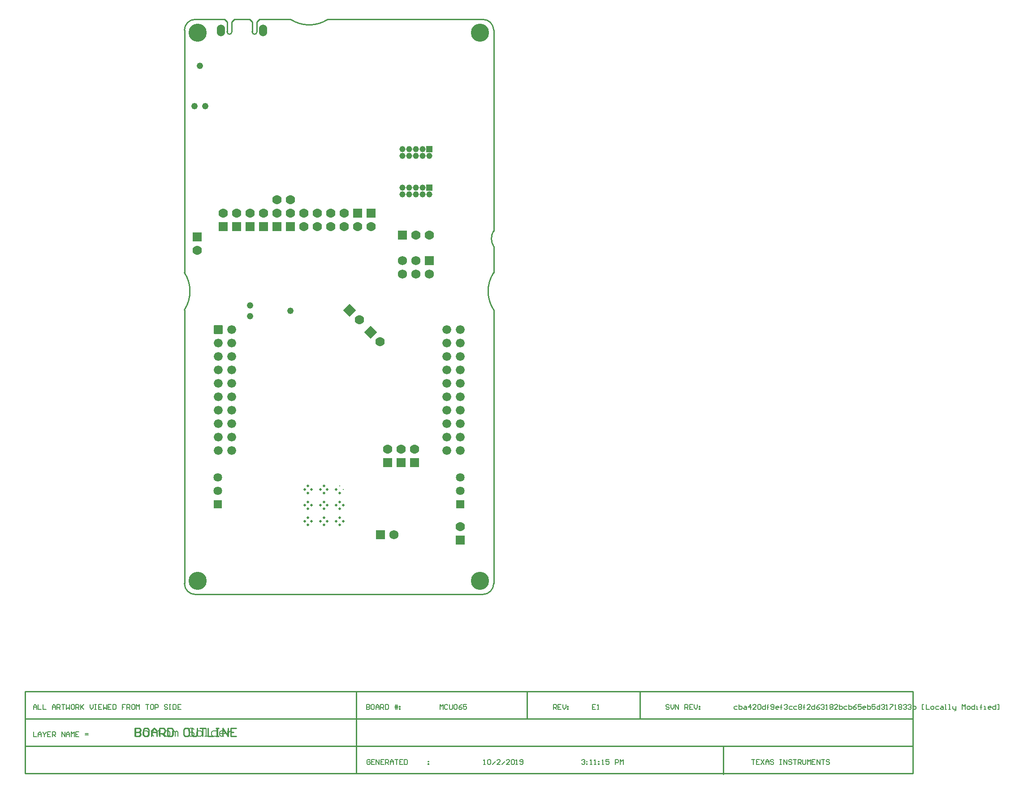
<source format=gbs>
G04*
G04 #@! TF.GenerationSoftware,Altium Limited,Altium Designer,18.1.9 (240)*
G04*
G04 Layer_Color=16711935*
%FSLAX25Y25*%
%MOIN*%
G70*
G01*
G75*
%ADD15C,0.01000*%
%ADD16C,0.00800*%
%ADD19C,0.00600*%
%ADD22C,0.00394*%
%ADD97C,0.12611*%
%ADD98R,0.06996X0.06996*%
%ADD99C,0.06996*%
%ADD100R,0.06406X0.06406*%
%ADD101C,0.06406*%
%ADD102C,0.06602*%
G04:AMPARAMS|DCode=103|XSize=66.02mil|YSize=66.02mil|CornerRadius=4.33mil|HoleSize=0mil|Usage=FLASHONLY|Rotation=270.000|XOffset=0mil|YOffset=0mil|HoleType=Round|Shape=RoundedRectangle|*
%AMROUNDEDRECTD103*
21,1,0.06602,0.05736,0,0,270.0*
21,1,0.05736,0.06602,0,0,270.0*
1,1,0.00866,-0.02868,-0.02868*
1,1,0.00866,-0.02868,0.02868*
1,1,0.00866,0.02868,0.02868*
1,1,0.00866,0.02868,-0.02868*
%
%ADD103ROUNDEDRECTD103*%
G04:AMPARAMS|DCode=104|XSize=69.96mil|YSize=69.96mil|CornerRadius=10.62mil|HoleSize=0mil|Usage=FLASHONLY|Rotation=180.000|XOffset=0mil|YOffset=0mil|HoleType=Round|Shape=RoundedRectangle|*
%AMROUNDEDRECTD104*
21,1,0.06996,0.04872,0,0,180.0*
21,1,0.04872,0.06996,0,0,180.0*
1,1,0.02124,-0.02436,0.02436*
1,1,0.02124,0.02436,0.02436*
1,1,0.02124,0.02436,-0.02436*
1,1,0.02124,-0.02436,-0.02436*
%
%ADD104ROUNDEDRECTD104*%
%ADD106P,0.09894X4X360.0*%
%ADD107C,0.06799*%
%ADD108R,0.06799X0.06799*%
%ADD109C,0.04900*%
%ADD110R,0.04634X0.04634*%
%ADD111C,0.04634*%
%ADD112R,0.06996X0.06996*%
G04:AMPARAMS|DCode=113|XSize=87.68mil|YSize=60.12mil|CornerRadius=30.06mil|HoleSize=0mil|Usage=FLASHONLY|Rotation=270.000|XOffset=0mil|YOffset=0mil|HoleType=Round|Shape=RoundedRectangle|*
%AMROUNDEDRECTD113*
21,1,0.08768,0.00000,0,0,270.0*
21,1,0.02756,0.06012,0,0,270.0*
1,1,0.06012,0.00000,-0.01378*
1,1,0.06012,0.00000,0.01378*
1,1,0.06012,0.00000,0.01378*
1,1,0.06012,0.00000,-0.01378*
%
%ADD113ROUNDEDRECTD113*%
%ADD114C,0.13500*%
%ADD115C,0.01968*%
%ADD116C,0.00787*%
G54D15*
X220070Y260500D02*
G03*
X220072Y248982I9138J-5757D01*
G01*
X-9921Y201726D02*
G03*
X-9921Y229445I-21324J13859D01*
G01*
X220079Y229445D02*
G03*
X220079Y201726I21324J-13859D01*
G01*
X212079Y-10074D02*
G03*
X220079Y-2074I0J8000D01*
G01*
Y409926D02*
G03*
X212079Y417926I-8000J0D01*
G01*
X-1921D02*
G03*
X-9921Y409926I0J-8000D01*
G01*
Y-2074D02*
G03*
X-1921Y-10074I8000J0D01*
G01*
X21757Y408674D02*
G03*
X25300Y408674I1772J0D01*
G01*
X40457D02*
G03*
X44001Y408674I1772J0D01*
G01*
X69013Y417926D02*
G03*
X96731Y417926I13859J21324D01*
G01*
X220072Y248982D02*
X220079Y229445D01*
X-9921Y229445D02*
Y409926D01*
X220079Y-2074D02*
Y201726D01*
X-9921Y-2074D02*
Y201726D01*
X-1921Y-10074D02*
X212079D01*
X220070Y260500D02*
X220079Y409926D01*
X44001Y408674D02*
Y415958D01*
X40457Y408674D02*
Y415958D01*
X25300Y408674D02*
Y415958D01*
X19788Y417926D02*
X21757Y415958D01*
Y408674D02*
Y415958D01*
X25300D02*
X27268Y417926D01*
X38489D02*
X40457Y415958D01*
X44001D02*
X45969Y417926D01*
X-1921Y417926D02*
X19788D01*
X27268D02*
X38489D01*
X45969D02*
X69013D01*
X96731D02*
X212079D01*
X-46374Y-109655D02*
Y-115653D01*
X-43375D01*
X-42375Y-114653D01*
Y-113654D01*
X-43375Y-112654D01*
X-46374D01*
X-43375D01*
X-42375Y-111654D01*
Y-110654D01*
X-43375Y-109655D01*
X-46374D01*
X-37376D02*
X-39376D01*
X-40376Y-110654D01*
Y-114653D01*
X-39376Y-115653D01*
X-37376D01*
X-36377Y-114653D01*
Y-110654D01*
X-37376Y-109655D01*
X-34378Y-115653D02*
Y-111654D01*
X-32378Y-109655D01*
X-30379Y-111654D01*
Y-115653D01*
Y-112654D01*
X-34378D01*
X-28379Y-115653D02*
Y-109655D01*
X-25380D01*
X-24381Y-110654D01*
Y-112654D01*
X-25380Y-113654D01*
X-28379D01*
X-26380D02*
X-24381Y-115653D01*
X-22381Y-109655D02*
Y-115653D01*
X-19382D01*
X-18383Y-114653D01*
Y-110654D01*
X-19382Y-109655D01*
X-22381D01*
X-7386D02*
X-9386D01*
X-10385Y-110654D01*
Y-114653D01*
X-9386Y-115653D01*
X-7386D01*
X-6386Y-114653D01*
Y-110654D01*
X-7386Y-109655D01*
X-4387D02*
Y-114653D01*
X-3387Y-115653D01*
X-1388D01*
X-389Y-114653D01*
Y-109655D01*
X1611D02*
X5610D01*
X3610D01*
Y-115653D01*
X7609Y-109655D02*
Y-115653D01*
X11608D01*
X13607Y-109655D02*
X15606D01*
X14607D01*
Y-115653D01*
X13607D01*
X15606D01*
X18605D02*
Y-109655D01*
X22604Y-115653D01*
Y-109655D01*
X28602D02*
X24603D01*
Y-115653D01*
X28602D01*
X24603Y-112654D02*
X26603D01*
X328726Y-102760D02*
Y-82427D01*
X244725Y-102760D02*
Y-82427D01*
X-128474Y-102760D02*
X531726D01*
X-128474Y-123094D02*
X531526D01*
X-128474Y-143427D02*
X272025D01*
X-128425Y-82427D02*
X531726D01*
X-128425Y-143427D02*
Y-82427D01*
Y-143427D02*
X29125D01*
X-128474D02*
Y-82427D01*
X118026Y-143427D02*
Y-82427D01*
X531726Y-143427D02*
Y-82427D01*
X272025Y-143427D02*
X531726D01*
X390926Y-144077D02*
Y-123794D01*
G54D16*
X-46721Y-109623D02*
Y-115621D01*
X-43722D01*
X-42723Y-114621D01*
Y-113622D01*
X-43722Y-112622D01*
X-46721D01*
X-43722D01*
X-42723Y-111622D01*
Y-110623D01*
X-43722Y-109623D01*
X-46721D01*
X-39724Y-115621D02*
X-37724D01*
X-36724Y-114621D01*
Y-112622D01*
X-37724Y-111622D01*
X-39724D01*
X-40723Y-112622D01*
Y-114621D01*
X-39724Y-115621D01*
X-33726Y-110623D02*
Y-111622D01*
X-34725D01*
X-32726D01*
X-33726D01*
Y-114621D01*
X-32726Y-115621D01*
X-28727Y-110623D02*
Y-111622D01*
X-29727D01*
X-27727D01*
X-28727D01*
Y-114621D01*
X-27727Y-115621D01*
X-23729D02*
X-21729D01*
X-20730Y-114621D01*
Y-112622D01*
X-21729Y-111622D01*
X-23729D01*
X-24728Y-112622D01*
Y-114621D01*
X-23729Y-115621D01*
X-18730D02*
Y-111622D01*
X-17731D01*
X-16731Y-112622D01*
Y-115621D01*
Y-112622D01*
X-15731Y-111622D01*
X-14732Y-112622D01*
Y-115621D01*
X-2736Y-110623D02*
X-3735Y-109623D01*
X-5734D01*
X-6734Y-110623D01*
Y-111622D01*
X-5734Y-112622D01*
X-3735D01*
X-2736Y-113622D01*
Y-114621D01*
X-3735Y-115621D01*
X-5734D01*
X-6734Y-114621D01*
X264Y-115621D02*
X2263D01*
X3263Y-114621D01*
Y-112622D01*
X2263Y-111622D01*
X264D01*
X-736Y-112622D01*
Y-114621D01*
X264Y-115621D01*
X5262D02*
X7261D01*
X6262D01*
Y-109623D01*
X5262D01*
X14259D02*
Y-115621D01*
X11260D01*
X10260Y-114621D01*
Y-112622D01*
X11260Y-111622D01*
X14259D01*
X19257Y-115621D02*
X17258D01*
X16258Y-114621D01*
Y-112622D01*
X17258Y-111622D01*
X19257D01*
X20257Y-112622D01*
Y-113622D01*
X16258D01*
X22256Y-111622D02*
Y-115621D01*
Y-113622D01*
X23256Y-112622D01*
X24256Y-111622D01*
X25255D01*
G54D19*
X401258Y-93311D02*
X399509D01*
X398925Y-93894D01*
Y-95061D01*
X399509Y-95644D01*
X401258D01*
X402424Y-92145D02*
Y-95644D01*
X404174D01*
X404757Y-95061D01*
Y-94477D01*
Y-93894D01*
X404174Y-93311D01*
X402424D01*
X406506D02*
X407673D01*
X408256Y-93894D01*
Y-95644D01*
X406506D01*
X405923Y-95061D01*
X406506Y-94477D01*
X408256D01*
X411171Y-95644D02*
Y-92145D01*
X409422Y-93894D01*
X411755D01*
X415253Y-95644D02*
X412921D01*
X415253Y-93311D01*
Y-92728D01*
X414670Y-92145D01*
X413504D01*
X412921Y-92728D01*
X416420D02*
X417003Y-92145D01*
X418169D01*
X418752Y-92728D01*
Y-95061D01*
X418169Y-95644D01*
X417003D01*
X416420Y-95061D01*
Y-92728D01*
X422251Y-92145D02*
Y-95644D01*
X420502D01*
X419919Y-95061D01*
Y-93894D01*
X420502Y-93311D01*
X422251D01*
X424001Y-95644D02*
Y-92728D01*
Y-93894D01*
X423418D01*
X424584D01*
X424001D01*
Y-92728D01*
X424584Y-92145D01*
X426333Y-95061D02*
X426916Y-95644D01*
X428083D01*
X428666Y-95061D01*
Y-92728D01*
X428083Y-92145D01*
X426916D01*
X426333Y-92728D01*
Y-93311D01*
X426916Y-93894D01*
X428666D01*
X431582Y-95644D02*
X430415D01*
X429832Y-95061D01*
Y-93894D01*
X430415Y-93311D01*
X431582D01*
X432165Y-93894D01*
Y-94477D01*
X429832D01*
X433914Y-95644D02*
Y-92728D01*
Y-93894D01*
X433331D01*
X434497D01*
X433914D01*
Y-92728D01*
X434497Y-92145D01*
X436247Y-92728D02*
X436830Y-92145D01*
X437996D01*
X438579Y-92728D01*
Y-93311D01*
X437996Y-93894D01*
X437413D01*
X437996D01*
X438579Y-94477D01*
Y-95061D01*
X437996Y-95644D01*
X436830D01*
X436247Y-95061D01*
X442078Y-93311D02*
X440329D01*
X439746Y-93894D01*
Y-95061D01*
X440329Y-95644D01*
X442078D01*
X445577Y-93311D02*
X443828D01*
X443245Y-93894D01*
Y-95061D01*
X443828Y-95644D01*
X445577D01*
X446743Y-92728D02*
X447327Y-92145D01*
X448493D01*
X449076Y-92728D01*
Y-93311D01*
X448493Y-93894D01*
X449076Y-94477D01*
Y-95061D01*
X448493Y-95644D01*
X447327D01*
X446743Y-95061D01*
Y-94477D01*
X447327Y-93894D01*
X446743Y-93311D01*
Y-92728D01*
X447327Y-93894D02*
X448493D01*
X450825Y-95644D02*
Y-92728D01*
Y-93894D01*
X450242D01*
X451408D01*
X450825D01*
Y-92728D01*
X451408Y-92145D01*
X455490Y-95644D02*
X453158D01*
X455490Y-93311D01*
Y-92728D01*
X454907Y-92145D01*
X453741D01*
X453158Y-92728D01*
X458989Y-92145D02*
Y-95644D01*
X457240D01*
X456657Y-95061D01*
Y-93894D01*
X457240Y-93311D01*
X458989D01*
X462488Y-92145D02*
X461322Y-92728D01*
X460156Y-93894D01*
Y-95061D01*
X460739Y-95644D01*
X461905D01*
X462488Y-95061D01*
Y-94477D01*
X461905Y-93894D01*
X460156D01*
X463655Y-92728D02*
X464238Y-92145D01*
X465404D01*
X465987Y-92728D01*
Y-93311D01*
X465404Y-93894D01*
X464821D01*
X465404D01*
X465987Y-94477D01*
Y-95061D01*
X465404Y-95644D01*
X464238D01*
X463655Y-95061D01*
X467153Y-95644D02*
X468320D01*
X467737D01*
Y-92145D01*
X467153Y-92728D01*
X470069D02*
X470652Y-92145D01*
X471819D01*
X472402Y-92728D01*
Y-93311D01*
X471819Y-93894D01*
X472402Y-94477D01*
Y-95061D01*
X471819Y-95644D01*
X470652D01*
X470069Y-95061D01*
Y-94477D01*
X470652Y-93894D01*
X470069Y-93311D01*
Y-92728D01*
X470652Y-93894D02*
X471819D01*
X475901Y-95644D02*
X473568D01*
X475901Y-93311D01*
Y-92728D01*
X475317Y-92145D01*
X474151D01*
X473568Y-92728D01*
X477067Y-92145D02*
Y-95644D01*
X478816D01*
X479399Y-95061D01*
Y-94477D01*
Y-93894D01*
X478816Y-93311D01*
X477067D01*
X482898D02*
X481149D01*
X480566Y-93894D01*
Y-95061D01*
X481149Y-95644D01*
X482898D01*
X484065Y-92145D02*
Y-95644D01*
X485814D01*
X486397Y-95061D01*
Y-94477D01*
Y-93894D01*
X485814Y-93311D01*
X484065D01*
X489896Y-92145D02*
X488730Y-92728D01*
X487564Y-93894D01*
Y-95061D01*
X488147Y-95644D01*
X489313D01*
X489896Y-95061D01*
Y-94477D01*
X489313Y-93894D01*
X487564D01*
X493395Y-92145D02*
X491062D01*
Y-93894D01*
X492229Y-93311D01*
X492812D01*
X493395Y-93894D01*
Y-95061D01*
X492812Y-95644D01*
X491645D01*
X491062Y-95061D01*
X496311Y-95644D02*
X495144D01*
X494561Y-95061D01*
Y-93894D01*
X495144Y-93311D01*
X496311D01*
X496894Y-93894D01*
Y-94477D01*
X494561D01*
X498060Y-92145D02*
Y-95644D01*
X499810D01*
X500393Y-95061D01*
Y-94477D01*
Y-93894D01*
X499810Y-93311D01*
X498060D01*
X503892Y-92145D02*
X501559D01*
Y-93894D01*
X502725Y-93311D01*
X503308D01*
X503892Y-93894D01*
Y-95061D01*
X503308Y-95644D01*
X502142D01*
X501559Y-95061D01*
X507390Y-92145D02*
Y-95644D01*
X505641D01*
X505058Y-95061D01*
Y-93894D01*
X505641Y-93311D01*
X507390D01*
X508557Y-92728D02*
X509140Y-92145D01*
X510306D01*
X510889Y-92728D01*
Y-93311D01*
X510306Y-93894D01*
X509723D01*
X510306D01*
X510889Y-94477D01*
Y-95061D01*
X510306Y-95644D01*
X509140D01*
X508557Y-95061D01*
X512056Y-95644D02*
X513222D01*
X512639D01*
Y-92145D01*
X512056Y-92728D01*
X514971Y-92145D02*
X517304D01*
Y-92728D01*
X514971Y-95061D01*
Y-95644D01*
X518470D02*
X519636D01*
X519053D01*
Y-92145D01*
X518470Y-92728D01*
X521386D02*
X521969Y-92145D01*
X523135D01*
X523719Y-92728D01*
Y-93311D01*
X523135Y-93894D01*
X523719Y-94477D01*
Y-95061D01*
X523135Y-95644D01*
X521969D01*
X521386Y-95061D01*
Y-94477D01*
X521969Y-93894D01*
X521386Y-93311D01*
Y-92728D01*
X521969Y-93894D02*
X523135D01*
X524885Y-92728D02*
X525468Y-92145D01*
X526634D01*
X527217Y-92728D01*
Y-93311D01*
X526634Y-93894D01*
X526051D01*
X526634D01*
X527217Y-94477D01*
Y-95061D01*
X526634Y-95644D01*
X525468D01*
X524885Y-95061D01*
X528384Y-92728D02*
X528967Y-92145D01*
X530133D01*
X530716Y-92728D01*
Y-93311D01*
X530133Y-93894D01*
X529550D01*
X530133D01*
X530716Y-94477D01*
Y-95061D01*
X530133Y-95644D01*
X528967D01*
X528384Y-95061D01*
X531882Y-92145D02*
Y-95644D01*
X533632D01*
X534215Y-95061D01*
Y-94477D01*
Y-93894D01*
X533632Y-93311D01*
X531882D01*
X540047Y-95644D02*
X538880D01*
Y-92145D01*
X540047D01*
X541796D02*
Y-95644D01*
X544129D01*
X545878D02*
X547044D01*
X547627Y-95061D01*
Y-93894D01*
X547044Y-93311D01*
X545878D01*
X545295Y-93894D01*
Y-95061D01*
X545878Y-95644D01*
X551126Y-93311D02*
X549377D01*
X548794Y-93894D01*
Y-95061D01*
X549377Y-95644D01*
X551126D01*
X552876Y-93311D02*
X554042D01*
X554625Y-93894D01*
Y-95644D01*
X552876D01*
X552293Y-95061D01*
X552876Y-94477D01*
X554625D01*
X555792Y-95644D02*
X556958D01*
X556375D01*
Y-92145D01*
X555792D01*
X558707Y-95644D02*
X559873D01*
X559290D01*
Y-92145D01*
X558707D01*
X561623Y-93311D02*
Y-95061D01*
X562206Y-95644D01*
X563955D01*
Y-96227D01*
X563372Y-96810D01*
X562789D01*
X563955Y-95644D02*
Y-93311D01*
X568621Y-95644D02*
Y-92145D01*
X569787Y-93311D01*
X570953Y-92145D01*
Y-95644D01*
X572703D02*
X573869D01*
X574452Y-95061D01*
Y-93894D01*
X573869Y-93311D01*
X572703D01*
X572120Y-93894D01*
Y-95061D01*
X572703Y-95644D01*
X577951Y-92145D02*
Y-95644D01*
X576201D01*
X575618Y-95061D01*
Y-93894D01*
X576201Y-93311D01*
X577951D01*
X579117Y-95644D02*
X580283D01*
X579700D01*
Y-93311D01*
X579117D01*
X582616Y-95644D02*
Y-92728D01*
Y-93894D01*
X582033D01*
X583199D01*
X582616D01*
Y-92728D01*
X583199Y-92145D01*
X584949Y-95644D02*
X586115D01*
X585532D01*
Y-93311D01*
X584949D01*
X589614Y-95644D02*
X588448D01*
X587864Y-95061D01*
Y-93894D01*
X588448Y-93311D01*
X589614D01*
X590197Y-93894D01*
Y-94477D01*
X587864D01*
X593696Y-92145D02*
Y-95644D01*
X591946D01*
X591363Y-95061D01*
Y-93894D01*
X591946Y-93311D01*
X593696D01*
X594862Y-95644D02*
X596028D01*
Y-92145D01*
X594862D01*
X350658Y-92728D02*
X350075Y-92145D01*
X348909D01*
X348325Y-92728D01*
Y-93311D01*
X348909Y-93894D01*
X350075D01*
X350658Y-94477D01*
Y-95061D01*
X350075Y-95644D01*
X348909D01*
X348325Y-95061D01*
X351824Y-92145D02*
Y-94477D01*
X352991Y-95644D01*
X354157Y-94477D01*
Y-92145D01*
X355323Y-95644D02*
Y-92145D01*
X357656Y-95644D01*
Y-92145D01*
X362321Y-95644D02*
Y-92145D01*
X364070D01*
X364653Y-92728D01*
Y-93894D01*
X364070Y-94477D01*
X362321D01*
X363487D02*
X364653Y-95644D01*
X368152Y-92145D02*
X365820D01*
Y-95644D01*
X368152D01*
X365820Y-93894D02*
X366986D01*
X369319Y-92145D02*
Y-94477D01*
X370485Y-95644D01*
X371651Y-94477D01*
Y-92145D01*
X372818Y-93311D02*
X373401D01*
Y-93894D01*
X372818D01*
Y-93311D01*
Y-95061D02*
X373401D01*
Y-95644D01*
X372818D01*
Y-95061D01*
X264526Y-95644D02*
Y-92145D01*
X266275D01*
X266858Y-92728D01*
Y-93894D01*
X266275Y-94477D01*
X264526D01*
X265692D02*
X266858Y-95644D01*
X270357Y-92145D02*
X268024D01*
Y-95644D01*
X270357D01*
X268024Y-93894D02*
X269191D01*
X271523Y-92145D02*
Y-94477D01*
X272690Y-95644D01*
X273856Y-94477D01*
Y-92145D01*
X275022Y-93311D02*
X275605D01*
Y-93894D01*
X275022D01*
Y-93311D01*
Y-95061D02*
X275605D01*
Y-95644D01*
X275022D01*
Y-95061D01*
X212675Y-136511D02*
X213842D01*
X213259D01*
Y-133012D01*
X212675Y-133595D01*
X215591D02*
X216174Y-133012D01*
X217341D01*
X217924Y-133595D01*
Y-135927D01*
X217341Y-136511D01*
X216174D01*
X215591Y-135927D01*
Y-133595D01*
X219090Y-136511D02*
X221423Y-134178D01*
X224921Y-136511D02*
X222589D01*
X224921Y-134178D01*
Y-133595D01*
X224338Y-133012D01*
X223172D01*
X222589Y-133595D01*
X226088Y-136511D02*
X228420Y-134178D01*
X231919Y-136511D02*
X229587D01*
X231919Y-134178D01*
Y-133595D01*
X231336Y-133012D01*
X230170D01*
X229587Y-133595D01*
X233086D02*
X233669Y-133012D01*
X234835D01*
X235418Y-133595D01*
Y-135927D01*
X234835Y-136511D01*
X233669D01*
X233086Y-135927D01*
Y-133595D01*
X236584Y-136511D02*
X237751D01*
X237168D01*
Y-133012D01*
X236584Y-133595D01*
X239500Y-135927D02*
X240083Y-136511D01*
X241250D01*
X241833Y-135927D01*
Y-133595D01*
X241250Y-133012D01*
X240083D01*
X239500Y-133595D01*
Y-134178D01*
X240083Y-134761D01*
X241833D01*
X128058Y-133595D02*
X127475Y-133012D01*
X126309D01*
X125725Y-133595D01*
Y-135927D01*
X126309Y-136511D01*
X127475D01*
X128058Y-135927D01*
Y-134761D01*
X126892D01*
X131557Y-133012D02*
X129224D01*
Y-136511D01*
X131557D01*
X129224Y-134761D02*
X130391D01*
X132723Y-136511D02*
Y-133012D01*
X135056Y-136511D01*
Y-133012D01*
X138555D02*
X136222D01*
Y-136511D01*
X138555D01*
X136222Y-134761D02*
X137388D01*
X139721Y-136511D02*
Y-133012D01*
X141470D01*
X142053Y-133595D01*
Y-134761D01*
X141470Y-135344D01*
X139721D01*
X140887D02*
X142053Y-136511D01*
X143220D02*
Y-134178D01*
X144386Y-133012D01*
X145552Y-134178D01*
Y-136511D01*
Y-134761D01*
X143220D01*
X146719Y-133012D02*
X149051D01*
X147885D01*
Y-136511D01*
X152550Y-133012D02*
X150218D01*
Y-136511D01*
X152550D01*
X150218Y-134761D02*
X151384D01*
X153717Y-133012D02*
Y-136511D01*
X155466D01*
X156049Y-135927D01*
Y-133595D01*
X155466Y-133012D01*
X153717D01*
X171211Y-134178D02*
X171794D01*
Y-134761D01*
X171211D01*
Y-134178D01*
Y-135927D02*
X171794D01*
Y-136511D01*
X171211D01*
Y-135927D01*
X-122125Y-95644D02*
Y-93311D01*
X-120958Y-92145D01*
X-119792Y-93311D01*
Y-95644D01*
Y-93894D01*
X-122125D01*
X-118626Y-92145D02*
Y-95644D01*
X-116293D01*
X-115127Y-92145D02*
Y-95644D01*
X-112794D01*
X-108129D02*
Y-93311D01*
X-106963Y-92145D01*
X-105797Y-93311D01*
Y-95644D01*
Y-93894D01*
X-108129D01*
X-104630Y-95644D02*
Y-92145D01*
X-102881D01*
X-102298Y-92728D01*
Y-93894D01*
X-102881Y-94477D01*
X-104630D01*
X-103464D02*
X-102298Y-95644D01*
X-101131Y-92145D02*
X-98799D01*
X-99965D01*
Y-95644D01*
X-97632Y-92145D02*
Y-95644D01*
X-96466Y-94477D01*
X-95300Y-95644D01*
Y-92145D01*
X-92384D02*
X-93550D01*
X-94134Y-92728D01*
Y-95061D01*
X-93550Y-95644D01*
X-92384D01*
X-91801Y-95061D01*
Y-92728D01*
X-92384Y-92145D01*
X-90635Y-95644D02*
Y-92145D01*
X-88885D01*
X-88302Y-92728D01*
Y-93894D01*
X-88885Y-94477D01*
X-90635D01*
X-89468D02*
X-88302Y-95644D01*
X-87136Y-92145D02*
Y-95644D01*
Y-94477D01*
X-84803Y-92145D01*
X-86553Y-93894D01*
X-84803Y-95644D01*
X-80138Y-92145D02*
Y-94477D01*
X-78972Y-95644D01*
X-77806Y-94477D01*
Y-92145D01*
X-76639D02*
X-75473D01*
X-76056D01*
Y-95644D01*
X-76639D01*
X-75473D01*
X-71391Y-92145D02*
X-73724D01*
Y-95644D01*
X-71391D01*
X-73724Y-93894D02*
X-72557D01*
X-70225Y-92145D02*
Y-95644D01*
X-69058Y-94477D01*
X-67892Y-95644D01*
Y-92145D01*
X-64393D02*
X-66726D01*
Y-95644D01*
X-64393D01*
X-66726Y-93894D02*
X-65560D01*
X-63227Y-92145D02*
Y-95644D01*
X-61477D01*
X-60894Y-95061D01*
Y-92728D01*
X-61477Y-92145D01*
X-63227D01*
X-53897D02*
X-56229D01*
Y-93894D01*
X-55063D01*
X-56229D01*
Y-95644D01*
X-52730D02*
Y-92145D01*
X-50981D01*
X-50398Y-92728D01*
Y-93894D01*
X-50981Y-94477D01*
X-52730D01*
X-51564D02*
X-50398Y-95644D01*
X-47482Y-92145D02*
X-48648D01*
X-49231Y-92728D01*
Y-95061D01*
X-48648Y-95644D01*
X-47482D01*
X-46899Y-95061D01*
Y-92728D01*
X-47482Y-92145D01*
X-45733Y-95644D02*
Y-92145D01*
X-44566Y-93311D01*
X-43400Y-92145D01*
Y-95644D01*
X-38735Y-92145D02*
X-36402D01*
X-37569D01*
Y-95644D01*
X-33487Y-92145D02*
X-34653D01*
X-35236Y-92728D01*
Y-95061D01*
X-34653Y-95644D01*
X-33487D01*
X-32903Y-95061D01*
Y-92728D01*
X-33487Y-92145D01*
X-31737Y-95644D02*
Y-92145D01*
X-29988D01*
X-29405Y-92728D01*
Y-93894D01*
X-29988Y-94477D01*
X-31737D01*
X-22407Y-92728D02*
X-22990Y-92145D01*
X-24156D01*
X-24739Y-92728D01*
Y-93311D01*
X-24156Y-93894D01*
X-22990D01*
X-22407Y-94477D01*
Y-95061D01*
X-22990Y-95644D01*
X-24156D01*
X-24739Y-95061D01*
X-21240Y-92145D02*
X-20074D01*
X-20657D01*
Y-95644D01*
X-21240D01*
X-20074D01*
X-18325Y-92145D02*
Y-95644D01*
X-16575D01*
X-15992Y-95061D01*
Y-92728D01*
X-16575Y-92145D01*
X-18325D01*
X-12493D02*
X-14826D01*
Y-95644D01*
X-12493D01*
X-14826Y-93894D02*
X-13659D01*
X296008Y-92145D02*
X293675D01*
Y-95644D01*
X296008D01*
X293675Y-93894D02*
X294842D01*
X297174Y-95644D02*
X298341D01*
X297758D01*
Y-92145D01*
X297174Y-92728D01*
X180076Y-95644D02*
Y-92145D01*
X181242Y-93311D01*
X182408Y-92145D01*
Y-95644D01*
X185907Y-92728D02*
X185324Y-92145D01*
X184158D01*
X183574Y-92728D01*
Y-95061D01*
X184158Y-95644D01*
X185324D01*
X185907Y-95061D01*
X187073Y-92145D02*
Y-95061D01*
X187656Y-95644D01*
X188823D01*
X189406Y-95061D01*
Y-92145D01*
X190572Y-92728D02*
X191155Y-92145D01*
X192322D01*
X192905Y-92728D01*
Y-95061D01*
X192322Y-95644D01*
X191155D01*
X190572Y-95061D01*
Y-92728D01*
X196404Y-92145D02*
X195237Y-92728D01*
X194071Y-93894D01*
Y-95061D01*
X194654Y-95644D01*
X195820D01*
X196404Y-95061D01*
Y-94477D01*
X195820Y-93894D01*
X194071D01*
X199902Y-92145D02*
X197570D01*
Y-93894D01*
X198736Y-93311D01*
X199319D01*
X199902Y-93894D01*
Y-95061D01*
X199319Y-95644D01*
X198153D01*
X197570Y-95061D01*
X125525Y-92145D02*
Y-95644D01*
X127275D01*
X127858Y-95061D01*
Y-94477D01*
X127275Y-93894D01*
X125525D01*
X127275D01*
X127858Y-93311D01*
Y-92728D01*
X127275Y-92145D01*
X125525D01*
X130774D02*
X129607D01*
X129024Y-92728D01*
Y-95061D01*
X129607Y-95644D01*
X130774D01*
X131357Y-95061D01*
Y-92728D01*
X130774Y-92145D01*
X132523Y-95644D02*
Y-93311D01*
X133689Y-92145D01*
X134856Y-93311D01*
Y-95644D01*
Y-93894D01*
X132523D01*
X136022Y-95644D02*
Y-92145D01*
X137771D01*
X138355Y-92728D01*
Y-93894D01*
X137771Y-94477D01*
X136022D01*
X137188D02*
X138355Y-95644D01*
X139521Y-92145D02*
Y-95644D01*
X141270D01*
X141853Y-95061D01*
Y-92728D01*
X141270Y-92145D01*
X139521D01*
X147102Y-95644D02*
Y-92145D01*
X148268D02*
Y-95644D01*
X146519Y-93311D02*
X148268D01*
X148851D01*
X146519Y-94477D02*
X148851D01*
X150018Y-93311D02*
X150601D01*
Y-93894D01*
X150018D01*
Y-93311D01*
Y-95061D02*
X150601D01*
Y-95644D01*
X150018D01*
Y-95061D01*
X-122125Y-112427D02*
Y-115926D01*
X-119792D01*
X-118626D02*
Y-113594D01*
X-117459Y-112427D01*
X-116293Y-113594D01*
Y-115926D01*
Y-114177D01*
X-118626D01*
X-115127Y-112427D02*
Y-113011D01*
X-113961Y-114177D01*
X-112794Y-113011D01*
Y-112427D01*
X-113961Y-114177D02*
Y-115926D01*
X-109295Y-112427D02*
X-111628D01*
Y-115926D01*
X-109295D01*
X-111628Y-114177D02*
X-110462D01*
X-108129Y-115926D02*
Y-112427D01*
X-106380D01*
X-105797Y-113011D01*
Y-114177D01*
X-106380Y-114760D01*
X-108129D01*
X-106963D02*
X-105797Y-115926D01*
X-101131D02*
Y-112427D01*
X-98799Y-115926D01*
Y-112427D01*
X-97632Y-115926D02*
Y-113594D01*
X-96466Y-112427D01*
X-95300Y-113594D01*
Y-115926D01*
Y-114177D01*
X-97632D01*
X-94134Y-115926D02*
Y-112427D01*
X-92967Y-113594D01*
X-91801Y-112427D01*
Y-115926D01*
X-88302Y-112427D02*
X-90635D01*
Y-115926D01*
X-88302D01*
X-90635Y-114177D02*
X-89468D01*
X-83637Y-114760D02*
X-81304D01*
X-83637Y-113594D02*
X-81304D01*
X285576Y-133595D02*
X286159Y-133012D01*
X287325D01*
X287908Y-133595D01*
Y-134178D01*
X287325Y-134761D01*
X286742D01*
X287325D01*
X287908Y-135344D01*
Y-135927D01*
X287325Y-136511D01*
X286159D01*
X285576Y-135927D01*
X289074Y-134178D02*
X289657D01*
Y-134761D01*
X289074D01*
Y-134178D01*
Y-135927D02*
X289657D01*
Y-136511D01*
X289074D01*
Y-135927D01*
X291990Y-136511D02*
X293156D01*
X292573D01*
Y-133012D01*
X291990Y-133595D01*
X294906Y-136511D02*
X296072D01*
X295489D01*
Y-133012D01*
X294906Y-133595D01*
X297821Y-134178D02*
X298405D01*
Y-134761D01*
X297821D01*
Y-134178D01*
Y-135927D02*
X298405D01*
Y-136511D01*
X297821D01*
Y-135927D01*
X300737Y-136511D02*
X301904D01*
X301320D01*
Y-133012D01*
X300737Y-133595D01*
X305985Y-133012D02*
X303653D01*
Y-134761D01*
X304819Y-134178D01*
X305402D01*
X305985Y-134761D01*
Y-135927D01*
X305402Y-136511D01*
X304236D01*
X303653Y-135927D01*
X310651Y-136511D02*
Y-133012D01*
X312400D01*
X312983Y-133595D01*
Y-134761D01*
X312400Y-135344D01*
X310651D01*
X314150Y-136511D02*
Y-133012D01*
X315316Y-134178D01*
X316482Y-133012D01*
Y-136511D01*
X412025Y-133012D02*
X414358D01*
X413192D01*
Y-136511D01*
X417857Y-133012D02*
X415524D01*
Y-136511D01*
X417857D01*
X415524Y-134761D02*
X416691D01*
X419023Y-133012D02*
X421356Y-136511D01*
Y-133012D02*
X419023Y-136511D01*
X422522D02*
Y-134178D01*
X423688Y-133012D01*
X424855Y-134178D01*
Y-136511D01*
Y-134761D01*
X422522D01*
X428354Y-133595D02*
X427770Y-133012D01*
X426604D01*
X426021Y-133595D01*
Y-134178D01*
X426604Y-134761D01*
X427770D01*
X428354Y-135344D01*
Y-135927D01*
X427770Y-136511D01*
X426604D01*
X426021Y-135927D01*
X433019Y-133012D02*
X434185D01*
X433602D01*
Y-136511D01*
X433019D01*
X434185D01*
X435934D02*
Y-133012D01*
X438267Y-136511D01*
Y-133012D01*
X441766Y-133595D02*
X441183Y-133012D01*
X440016D01*
X439433Y-133595D01*
Y-134178D01*
X440016Y-134761D01*
X441183D01*
X441766Y-135344D01*
Y-135927D01*
X441183Y-136511D01*
X440016D01*
X439433Y-135927D01*
X442932Y-133012D02*
X445265D01*
X444099D01*
Y-136511D01*
X446431D02*
Y-133012D01*
X448180D01*
X448764Y-133595D01*
Y-134761D01*
X448180Y-135344D01*
X446431D01*
X447597D02*
X448764Y-136511D01*
X449930Y-133012D02*
Y-135927D01*
X450513Y-136511D01*
X451679D01*
X452262Y-135927D01*
Y-133012D01*
X453429Y-136511D02*
Y-133012D01*
X454595Y-134178D01*
X455761Y-133012D01*
Y-136511D01*
X459260Y-133012D02*
X456928D01*
Y-136511D01*
X459260D01*
X456928Y-134761D02*
X458094D01*
X460427Y-136511D02*
Y-133012D01*
X462759Y-136511D01*
Y-133012D01*
X463925D02*
X466258D01*
X465092D01*
Y-136511D01*
X469757Y-133595D02*
X469174Y-133012D01*
X468007D01*
X467424Y-133595D01*
Y-134178D01*
X468007Y-134761D01*
X469174D01*
X469757Y-135344D01*
Y-135927D01*
X469174Y-136511D01*
X468007D01*
X467424Y-135927D01*
G54D22*
X21757Y408751D02*
G03*
X25300Y408751I1772J0D01*
G01*
X40457D02*
G03*
X44001Y408751I1772J0D01*
G01*
X21757D02*
Y413278D01*
X25300Y408751D02*
Y413278D01*
X44001Y408751D02*
Y413278D01*
X40457Y408751D02*
Y413278D01*
G54D97*
X210000Y407900D02*
D03*
X0Y0D02*
D03*
X210000D02*
D03*
X0Y407900D02*
D03*
G54D98*
X151150Y88150D02*
D03*
X38800Y263586D02*
D03*
X128800Y273586D02*
D03*
X48800Y263586D02*
D03*
X68800D02*
D03*
X-370Y255928D02*
D03*
X28800Y263586D02*
D03*
X195070Y30400D02*
D03*
X141150Y88150D02*
D03*
X161150D02*
D03*
X58800Y263586D02*
D03*
X18800D02*
D03*
G54D99*
X151150Y98150D02*
D03*
X118800Y263586D02*
D03*
X108800D02*
D03*
X98800D02*
D03*
X88800D02*
D03*
X78800D02*
D03*
X108800Y273586D02*
D03*
X98800D02*
D03*
X88800D02*
D03*
X78800D02*
D03*
X38800D02*
D03*
X128800Y263586D02*
D03*
X48800Y273586D02*
D03*
X68800D02*
D03*
Y283586D02*
D03*
X-370Y245928D02*
D03*
X28800Y273586D02*
D03*
X135676Y177882D02*
D03*
X120096Y194252D02*
D03*
X195070Y40400D02*
D03*
X141150Y98150D02*
D03*
X161150D02*
D03*
X58800Y273586D02*
D03*
Y283586D02*
D03*
X18800Y273586D02*
D03*
X172100Y257325D02*
D03*
X162100D02*
D03*
G54D100*
X14920Y57026D02*
D03*
X195070D02*
D03*
G54D101*
X14920Y67026D02*
D03*
Y77026D02*
D03*
X195070Y67026D02*
D03*
Y77026D02*
D03*
G54D102*
X25070Y97026D02*
D03*
Y107026D02*
D03*
X25070Y117026D02*
D03*
Y127026D02*
D03*
Y137026D02*
D03*
X25070Y147026D02*
D03*
X25070Y157026D02*
D03*
X25070Y167026D02*
D03*
Y177026D02*
D03*
X25070Y187026D02*
D03*
X15070Y97026D02*
D03*
X15070Y107026D02*
D03*
X15070Y117026D02*
D03*
X15070Y127026D02*
D03*
X15070Y137026D02*
D03*
X15070Y147026D02*
D03*
X15070Y157026D02*
D03*
X15070Y167026D02*
D03*
X15070Y177026D02*
D03*
X195070Y97026D02*
D03*
Y107026D02*
D03*
Y117026D02*
D03*
Y127026D02*
D03*
Y137026D02*
D03*
Y147026D02*
D03*
Y157026D02*
D03*
Y167026D02*
D03*
Y177026D02*
D03*
Y187026D02*
D03*
X185070Y97026D02*
D03*
Y107026D02*
D03*
Y117026D02*
D03*
Y127026D02*
D03*
Y137026D02*
D03*
Y147026D02*
D03*
Y157026D02*
D03*
Y167026D02*
D03*
Y177026D02*
D03*
Y187026D02*
D03*
G54D103*
X15070Y187026D02*
D03*
G54D104*
X118800Y273586D02*
D03*
G54D106*
X128604Y184953D02*
D03*
X113024Y201323D02*
D03*
G54D107*
X145824Y34243D02*
D03*
X172100Y228186D02*
D03*
X162100Y238186D02*
D03*
Y228186D02*
D03*
X152100Y238186D02*
D03*
Y228186D02*
D03*
G54D108*
X135824Y34243D02*
D03*
X172100Y238186D02*
D03*
G54D109*
X38820Y205138D02*
D03*
Y197138D02*
D03*
X68820Y201138D02*
D03*
X1579Y383226D02*
D03*
X5579Y353226D02*
D03*
X-2421D02*
D03*
G54D110*
X172100Y321486D02*
D03*
Y292686D02*
D03*
G54D111*
X167100Y321486D02*
D03*
X162100D02*
D03*
X157100D02*
D03*
X152100D02*
D03*
X172100Y316486D02*
D03*
X167100D02*
D03*
X162100D02*
D03*
X157100D02*
D03*
X152100D02*
D03*
X167100Y292686D02*
D03*
X162100D02*
D03*
X157100D02*
D03*
X152100D02*
D03*
X172100Y287686D02*
D03*
X167100D02*
D03*
X162100D02*
D03*
X157100D02*
D03*
X152100D02*
D03*
G54D112*
Y257325D02*
D03*
G54D113*
X17327Y409538D02*
D03*
X48430D02*
D03*
G54D114*
X0Y0D02*
D03*
X210000D02*
D03*
X0Y407900D02*
D03*
X210000D02*
D03*
G54D115*
X103048Y44394D02*
D03*
X105606Y41834D02*
D03*
X108166Y44394D02*
D03*
X105606Y46953D02*
D03*
Y53645D02*
D03*
X108166Y56204D02*
D03*
X105606Y58764D02*
D03*
X103048Y56204D02*
D03*
Y68015D02*
D03*
X105606Y65456D02*
D03*
X91237Y56303D02*
D03*
X93796Y53645D02*
D03*
X96355Y56204D02*
D03*
X93796Y58764D02*
D03*
Y41834D02*
D03*
X96355Y44394D02*
D03*
X93796Y46953D02*
D03*
X91237Y44394D02*
D03*
X79425D02*
D03*
X81985Y41834D02*
D03*
X84544Y44394D02*
D03*
X81985Y46953D02*
D03*
Y53645D02*
D03*
X84544Y56204D02*
D03*
X81985Y58764D02*
D03*
X79425Y56204D02*
D03*
Y68015D02*
D03*
X81985Y65456D02*
D03*
Y70575D02*
D03*
X84544Y68015D02*
D03*
X91237Y68114D02*
D03*
X93796Y65456D02*
D03*
Y70575D02*
D03*
X96355Y68015D02*
D03*
G54D116*
X108166D02*
D03*
X105606Y70575D02*
D03*
M02*

</source>
